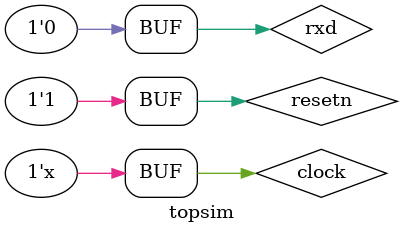
<source format=v>
`timescale 1ns / 1ps


module topsim(

    );
reg clock;
reg resetn;
wire rxd=0;
wire txd;
initial begin
    clock=0;
    resetn=0;
    #40
    resetn=1;
end
always #10 clock=~clock;
design_1_wrapper dw
   (.clk_100MHz(clock),
    .reset_rtl_0(resetn));
endmodule

</source>
